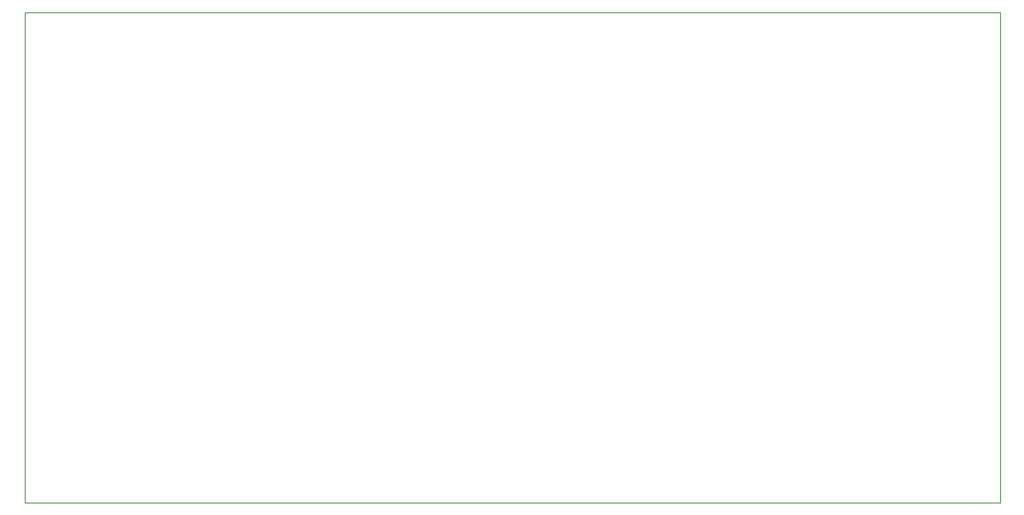
<source format=gbr>
G75*
G70*
%OFA0B0*%
%FSLAX24Y24*%
%IPPOS*%
%LPD*%
%AMOC8*
5,1,8,0,0,1.08239X$1,22.5*
%
%ADD10C,0.0000*%
D10*
X000150Y000250D02*
X000150Y020050D01*
X039520Y020050D01*
X039520Y000250D01*
X000150Y000250D01*
M02*

</source>
